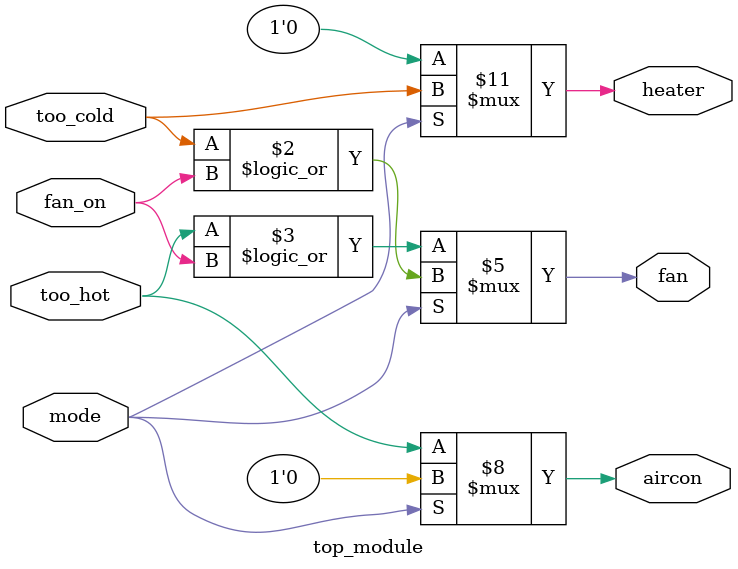
<source format=sv>
module top_module(
    input mode,
    input too_cold,
    input too_hot,
    input fan_on,
    output reg heater,
    output reg aircon,
    output reg fan
);

always @(*) begin
    if (mode) begin  // Heating mode
        heater = too_cold;
        aircon = 0;
        fan = too_cold || fan_on;
    end else begin  // Cooling mode
        heater = 0;
        aircon = too_hot;
        fan = too_hot || fan_on;
    end
end

endmodule

</source>
